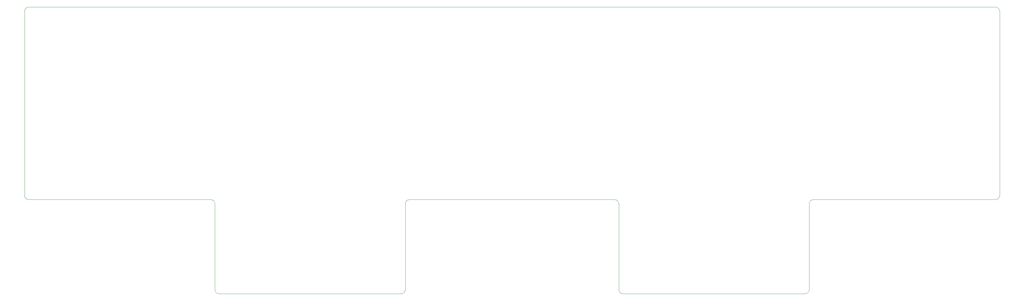
<source format=gm1>
G04 #@! TF.GenerationSoftware,KiCad,Pcbnew,(6.0.7)*
G04 #@! TF.CreationDate,2022-10-12T10:08:01+02:00*
G04 #@! TF.ProjectId,cmdr_mainboard,636d6472-5f6d-4616-996e-626f6172642e,rev?*
G04 #@! TF.SameCoordinates,Original*
G04 #@! TF.FileFunction,Profile,NP*
%FSLAX46Y46*%
G04 Gerber Fmt 4.6, Leading zero omitted, Abs format (unit mm)*
G04 Created by KiCad (PCBNEW (6.0.7)) date 2022-10-12 10:08:01*
%MOMM*%
%LPD*%
G01*
G04 APERTURE LIST*
G04 #@! TA.AperFunction,Profile*
%ADD10C,0.050000*%
G04 #@! TD*
G04 APERTURE END LIST*
D10*
X62230000Y-165100000D02*
G75*
G03*
X63500000Y-166370000I1270000J0D01*
G01*
X179070000Y-166370000D02*
G75*
G03*
X177800000Y-167640000I0J-1270000D01*
G01*
X301625000Y-166370000D02*
G75*
G03*
X300355000Y-167640000I0J-1270000D01*
G01*
X358140000Y-165100000D02*
X358146334Y-109220000D01*
X63500000Y-166370000D02*
X118745000Y-166370000D01*
X177800000Y-167640000D02*
X177800000Y-193675000D01*
X299085000Y-194945000D02*
X243840000Y-194945000D01*
X301625000Y-166370000D02*
X356870000Y-166370000D01*
X300355000Y-167640000D02*
X300355000Y-193675000D01*
X176530000Y-194945000D02*
X121285000Y-194945000D01*
X358146334Y-109220000D02*
G75*
G03*
X356997000Y-107950000I-1276334J0D01*
G01*
X120015000Y-193675000D02*
G75*
G03*
X121285000Y-194945000I1270000J0D01*
G01*
X176530000Y-194945000D02*
G75*
G03*
X177800000Y-193675000I0J1270000D01*
G01*
X120015000Y-193675000D02*
X120015000Y-167640000D01*
X356997000Y-107950000D02*
X63500000Y-107950000D01*
X120015000Y-167640000D02*
G75*
G03*
X118745000Y-166370000I-1270000J0D01*
G01*
X299085000Y-194945000D02*
G75*
G03*
X300355000Y-193675000I0J1270000D01*
G01*
X242570000Y-193675000D02*
G75*
G03*
X243840000Y-194945000I1270000J0D01*
G01*
X356870000Y-166370000D02*
G75*
G03*
X358140000Y-165100000I0J1270000D01*
G01*
X242570000Y-167640000D02*
G75*
G03*
X241300000Y-166370000I-1270000J0D01*
G01*
X242570000Y-193675000D02*
X242570000Y-167640000D01*
X62230000Y-109220000D02*
X62230000Y-165100000D01*
X63500000Y-107950000D02*
G75*
G03*
X62230000Y-109220000I0J-1270000D01*
G01*
X241300000Y-166370000D02*
X179070000Y-166370000D01*
M02*

</source>
